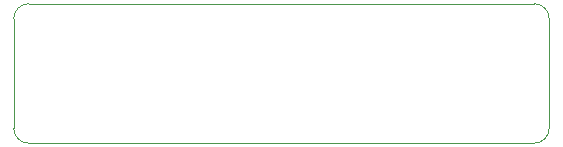
<source format=gm1>
%TF.GenerationSoftware,KiCad,Pcbnew,9.0.0*%
%TF.CreationDate,2025-06-08T16:33:53+02:00*%
%TF.ProjectId,ideswap,69646573-7761-4702-9e6b-696361645f70,A0*%
%TF.SameCoordinates,Original*%
%TF.FileFunction,Profile,NP*%
%FSLAX46Y46*%
G04 Gerber Fmt 4.6, Leading zero omitted, Abs format (unit mm)*
G04 Created by KiCad (PCBNEW 9.0.0) date 2025-06-08 16:33:53*
%MOMM*%
%LPD*%
G01*
G04 APERTURE LIST*
%TA.AperFunction,Profile*%
%ADD10C,0.050000*%
%TD*%
G04 APERTURE END LIST*
D10*
X70739000Y-48641000D02*
X70739000Y-39370000D01*
X72009000Y-38100000D02*
X114808000Y-38100000D01*
X72009000Y-49911000D02*
G75*
G02*
X70739000Y-48641000I0J1270000D01*
G01*
X114808000Y-49911000D02*
X72009000Y-49911000D01*
X116078000Y-39370000D02*
X116078000Y-48641000D01*
X116078000Y-48641000D02*
G75*
G02*
X114808000Y-49911000I-1270000J0D01*
G01*
X70739000Y-39370000D02*
G75*
G02*
X72009000Y-38100000I1270000J0D01*
G01*
X114808000Y-38100000D02*
G75*
G02*
X116078000Y-39370000I0J-1270000D01*
G01*
M02*

</source>
